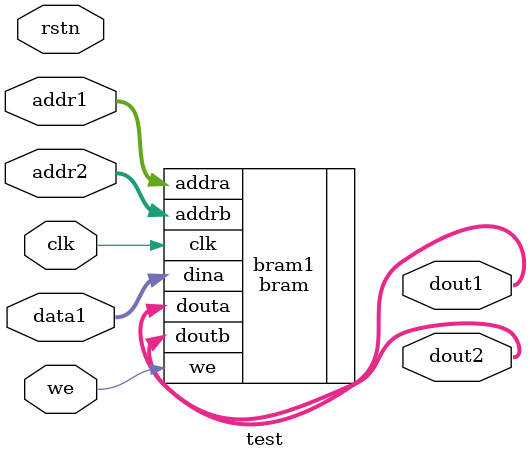
<source format=sv>
`timescale 1ns / 1ps


module test(
    input clk,rstn,
    input [31:0]addr1,addr2,
    input [31:0]data1,
    input we,
    output [31:0]dout1,dout2
    );
bram bram1(
    .clk(clk),
    .we(we),
    .addra(addr1),
    .addrb(addr2),
    .dina(data1),
    .douta(dout1),
    .doutb(dout2)
);
defparam bram1.DATA_WIDTH=32,bram1.ADDR_WIDTH=32;
endmodule

</source>
